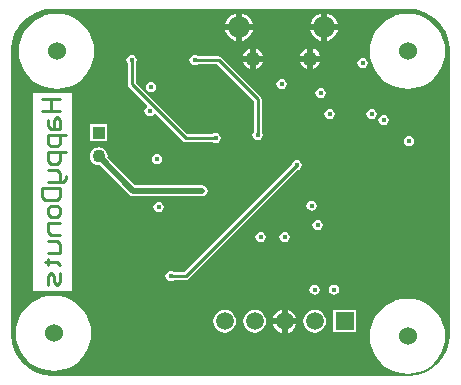
<source format=gbl>
G04*
G04 #@! TF.GenerationSoftware,Altium Limited,Altium Designer,22.5.1 (42)*
G04*
G04 Layer_Physical_Order=4*
G04 Layer_Color=16711680*
%FSLAX25Y25*%
%MOIN*%
G70*
G04*
G04 #@! TF.SameCoordinates,96F4DE00-7DBF-44AA-9512-03554E38B811*
G04*
G04*
G04 #@! TF.FilePolarity,Positive*
G04*
G01*
G75*
%ADD45C,0.02000*%
%ADD47C,0.01000*%
%ADD49C,0.05906*%
%ADD50R,0.05906X0.05906*%
%ADD51C,0.07284*%
%ADD52C,0.04921*%
%ADD53C,0.06000*%
%ADD54R,0.04331X0.04331*%
%ADD55C,0.04331*%
%ADD56C,0.01772*%
G36*
X135776Y122954D02*
X137573Y122473D01*
X139293Y121760D01*
X140904Y120830D01*
X142381Y119697D01*
X143697Y118381D01*
X144830Y116904D01*
X145760Y115293D01*
X146473Y113573D01*
X146954Y111776D01*
X147197Y109931D01*
Y109000D01*
Y15000D01*
Y14070D01*
X146954Y12224D01*
X146473Y10427D01*
X145760Y8707D01*
X144830Y7096D01*
X143697Y5619D01*
X142381Y4303D01*
X140904Y3170D01*
X139293Y2240D01*
X137573Y1527D01*
X135776Y1046D01*
X133931Y803D01*
X14070D01*
X12224Y1046D01*
X10427Y1527D01*
X8707Y2240D01*
X7096Y3170D01*
X5619Y4303D01*
X4303Y5619D01*
X3170Y7096D01*
X2240Y8707D01*
X1527Y10427D01*
X1046Y12224D01*
X803Y14070D01*
Y15000D01*
Y109000D01*
Y109931D01*
X1046Y111776D01*
X1527Y113573D01*
X2240Y115293D01*
X3170Y116904D01*
X4303Y118381D01*
X5619Y119697D01*
X7096Y120830D01*
X8707Y121760D01*
X10427Y122473D01*
X12224Y122954D01*
X14070Y123197D01*
X133931D01*
X135776Y122954D01*
D02*
G37*
%LPC*%
G36*
X106173Y121550D02*
Y118000D01*
X109723D01*
X109695Y118212D01*
X109228Y119341D01*
X108484Y120310D01*
X107514Y121054D01*
X106385Y121522D01*
X106173Y121550D01*
D02*
G37*
G36*
X77827Y121550D02*
Y118000D01*
X81377D01*
X81349Y118212D01*
X80881Y119341D01*
X80137Y120310D01*
X79168Y121054D01*
X78039Y121522D01*
X77827Y121550D01*
D02*
G37*
G36*
X75827D02*
X75615Y121522D01*
X74486Y121054D01*
X73516Y120310D01*
X72772Y119341D01*
X72304Y118212D01*
X72277Y118000D01*
X75827D01*
Y121550D01*
D02*
G37*
G36*
X104173D02*
X103962Y121522D01*
X102832Y121054D01*
X101863Y120310D01*
X101119Y119341D01*
X100651Y118212D01*
X100623Y118000D01*
X104173D01*
Y121550D01*
D02*
G37*
G36*
X109723Y116000D02*
X106173D01*
Y112450D01*
X106385Y112478D01*
X107514Y112945D01*
X108484Y113689D01*
X109228Y114659D01*
X109695Y115788D01*
X109723Y116000D01*
D02*
G37*
G36*
X81377D02*
X77827D01*
Y112450D01*
X78039Y112478D01*
X79168Y112945D01*
X80137Y113689D01*
X80881Y114659D01*
X81349Y115788D01*
X81377Y116000D01*
D02*
G37*
G36*
X75827D02*
X72277D01*
X72304Y115788D01*
X72772Y114659D01*
X73516Y113689D01*
X74486Y112945D01*
X75615Y112478D01*
X75827Y112450D01*
Y116000D01*
D02*
G37*
G36*
X104173D02*
X100623D01*
X100651Y115788D01*
X101119Y114659D01*
X101863Y113689D01*
X102832Y112945D01*
X103962Y112478D01*
X104173Y112450D01*
Y116000D01*
D02*
G37*
G36*
X101547Y109898D02*
Y107567D01*
X103879D01*
X103570Y108312D01*
X103015Y109035D01*
X102293Y109590D01*
X101547Y109898D01*
D02*
G37*
G36*
X82453D02*
Y107567D01*
X84784D01*
X84476Y108312D01*
X83921Y109035D01*
X83198Y109590D01*
X82453Y109898D01*
D02*
G37*
G36*
X99547D02*
X98802Y109590D01*
X98079Y109035D01*
X97524Y108312D01*
X97216Y107567D01*
X99547D01*
Y109898D01*
D02*
G37*
G36*
X80453D02*
X79707Y109590D01*
X78985Y109035D01*
X78430Y108312D01*
X78121Y107567D01*
X80453D01*
Y109898D01*
D02*
G37*
G36*
X118000Y106706D02*
X117347Y106576D01*
X116794Y106206D01*
X116424Y105653D01*
X116294Y105000D01*
X116424Y104347D01*
X116794Y103794D01*
X117347Y103424D01*
X118000Y103294D01*
X118653Y103424D01*
X119206Y103794D01*
X119576Y104347D01*
X119706Y105000D01*
X119576Y105653D01*
X119206Y106206D01*
X118653Y106576D01*
X118000Y106706D01*
D02*
G37*
G36*
X84784Y105567D02*
X82453D01*
Y103235D01*
X83198Y103544D01*
X83921Y104099D01*
X84476Y104822D01*
X84784Y105567D01*
D02*
G37*
G36*
X103879D02*
X101547D01*
Y103235D01*
X102293Y103544D01*
X103015Y104099D01*
X103570Y104822D01*
X103879Y105567D01*
D02*
G37*
G36*
X99547D02*
X97216D01*
X97524Y104822D01*
X98079Y104099D01*
X98802Y103544D01*
X99547Y103235D01*
Y105567D01*
D02*
G37*
G36*
X80453D02*
X78121D01*
X78430Y104822D01*
X78985Y104099D01*
X79707Y103544D01*
X80453Y103235D01*
Y105567D01*
D02*
G37*
G36*
X133000Y121539D02*
X131038Y121384D01*
X129125Y120925D01*
X127308Y120172D01*
X125630Y119144D01*
X124134Y117866D01*
X122856Y116370D01*
X121828Y114692D01*
X121075Y112875D01*
X120616Y110961D01*
X120461Y109000D01*
X120616Y107038D01*
X121075Y105125D01*
X121828Y103308D01*
X122856Y101630D01*
X124134Y100134D01*
X125630Y98856D01*
X127308Y97828D01*
X129125Y97075D01*
X131038Y96616D01*
X133000Y96461D01*
X134961Y96616D01*
X136875Y97075D01*
X138692Y97828D01*
X140370Y98856D01*
X141866Y100134D01*
X143144Y101630D01*
X144172Y103308D01*
X144925Y105125D01*
X145384Y107038D01*
X145539Y109000D01*
X145384Y110961D01*
X144925Y112875D01*
X144172Y114692D01*
X143144Y116370D01*
X141866Y117866D01*
X140370Y119144D01*
X138692Y120172D01*
X136875Y120925D01*
X134961Y121384D01*
X133000Y121539D01*
D02*
G37*
G36*
X16000D02*
X14039Y121384D01*
X12125Y120925D01*
X10308Y120172D01*
X8630Y119144D01*
X7134Y117866D01*
X5856Y116370D01*
X4828Y114692D01*
X4075Y112875D01*
X3616Y110961D01*
X3461Y109000D01*
X3616Y107038D01*
X4075Y105125D01*
X4828Y103308D01*
X5856Y101630D01*
X7134Y100134D01*
X8630Y98856D01*
X10308Y97828D01*
X12125Y97075D01*
X14039Y96616D01*
X16000Y96461D01*
X17962Y96616D01*
X19875Y97075D01*
X21692Y97828D01*
X23370Y98856D01*
X24866Y100134D01*
X26144Y101630D01*
X27172Y103308D01*
X27925Y105125D01*
X28384Y107038D01*
X28539Y109000D01*
X28384Y110961D01*
X27925Y112875D01*
X27172Y114692D01*
X26144Y116370D01*
X24866Y117866D01*
X23370Y119144D01*
X21692Y120172D01*
X19875Y120925D01*
X17962Y121384D01*
X16000Y121539D01*
D02*
G37*
G36*
X91000Y99706D02*
X90347Y99576D01*
X89794Y99206D01*
X89424Y98653D01*
X89294Y98000D01*
X89424Y97347D01*
X89794Y96794D01*
X90347Y96424D01*
X91000Y96294D01*
X91653Y96424D01*
X92206Y96794D01*
X92576Y97347D01*
X92706Y98000D01*
X92576Y98653D01*
X92206Y99206D01*
X91653Y99576D01*
X91000Y99706D01*
D02*
G37*
G36*
X47500Y98706D02*
X46847Y98576D01*
X46294Y98206D01*
X45924Y97653D01*
X45794Y97000D01*
X45924Y96347D01*
X46294Y95794D01*
X46847Y95424D01*
X47500Y95294D01*
X48153Y95424D01*
X48706Y95794D01*
X49076Y96347D01*
X49206Y97000D01*
X49076Y97653D01*
X48706Y98206D01*
X48153Y98576D01*
X47500Y98706D01*
D02*
G37*
G36*
X104000Y96706D02*
X103347Y96576D01*
X102794Y96206D01*
X102424Y95653D01*
X102294Y95000D01*
X102424Y94347D01*
X102794Y93794D01*
X103347Y93424D01*
X104000Y93294D01*
X104653Y93424D01*
X105206Y93794D01*
X105576Y94347D01*
X105706Y95000D01*
X105576Y95653D01*
X105206Y96206D01*
X104653Y96576D01*
X104000Y96706D01*
D02*
G37*
G36*
X121000Y89706D02*
X120347Y89576D01*
X119794Y89206D01*
X119424Y88653D01*
X119294Y88000D01*
X119424Y87347D01*
X119794Y86794D01*
X120347Y86424D01*
X121000Y86294D01*
X121653Y86424D01*
X122206Y86794D01*
X122576Y87347D01*
X122706Y88000D01*
X122576Y88653D01*
X122206Y89206D01*
X121653Y89576D01*
X121000Y89706D01*
D02*
G37*
G36*
X107000D02*
X106347Y89576D01*
X105794Y89206D01*
X105424Y88653D01*
X105294Y88000D01*
X105424Y87347D01*
X105794Y86794D01*
X106347Y86424D01*
X107000Y86294D01*
X107653Y86424D01*
X108206Y86794D01*
X108576Y87347D01*
X108706Y88000D01*
X108576Y88653D01*
X108206Y89206D01*
X107653Y89576D01*
X107000Y89706D01*
D02*
G37*
G36*
X125000Y87706D02*
X124347Y87576D01*
X123794Y87206D01*
X123424Y86653D01*
X123294Y86000D01*
X123424Y85347D01*
X123794Y84794D01*
X124347Y84424D01*
X125000Y84294D01*
X125653Y84424D01*
X126206Y84794D01*
X126576Y85347D01*
X126706Y86000D01*
X126576Y86653D01*
X126206Y87206D01*
X125653Y87576D01*
X125000Y87706D01*
D02*
G37*
G36*
X62000Y107706D02*
X61347Y107576D01*
X60794Y107206D01*
X60424Y106653D01*
X60294Y106000D01*
X60424Y105347D01*
X60794Y104794D01*
X61347Y104424D01*
X62000Y104294D01*
X62653Y104424D01*
X63047Y104687D01*
X69456D01*
X81687Y92456D01*
Y82047D01*
X81424Y81653D01*
X81294Y81000D01*
X81424Y80347D01*
X81794Y79794D01*
X82347Y79424D01*
X83000Y79294D01*
X83653Y79424D01*
X84206Y79794D01*
X84576Y80347D01*
X84706Y81000D01*
X84576Y81653D01*
X84313Y82047D01*
Y93000D01*
X84213Y93502D01*
X83928Y93928D01*
X70928Y106928D01*
X70502Y107213D01*
X70000Y107313D01*
X63047D01*
X62653Y107576D01*
X62000Y107706D01*
D02*
G37*
G36*
X32953Y84827D02*
X27047D01*
Y78921D01*
X32953D01*
Y84827D01*
D02*
G37*
G36*
X41000Y107706D02*
X40347Y107576D01*
X39794Y107206D01*
X39424Y106653D01*
X39294Y106000D01*
X39424Y105347D01*
X39687Y104953D01*
Y98000D01*
X39787Y97498D01*
X40072Y97072D01*
X46138Y91006D01*
X46055Y90381D01*
X45794Y90206D01*
X45424Y89653D01*
X45294Y89000D01*
X45424Y88347D01*
X45794Y87794D01*
X46347Y87424D01*
X47000Y87294D01*
X47653Y87424D01*
X48206Y87794D01*
X48381Y88055D01*
X49006Y88138D01*
X58072Y79072D01*
X58498Y78787D01*
X59000Y78687D01*
X67953D01*
X68347Y78424D01*
X69000Y78294D01*
X69653Y78424D01*
X70206Y78794D01*
X70576Y79347D01*
X70706Y80000D01*
X70576Y80653D01*
X70206Y81206D01*
X69653Y81576D01*
X69000Y81706D01*
X68347Y81576D01*
X67953Y81313D01*
X59544D01*
X42313Y98544D01*
Y104953D01*
X42576Y105347D01*
X42706Y106000D01*
X42576Y106653D01*
X42206Y107206D01*
X41653Y107576D01*
X41000Y107706D01*
D02*
G37*
G36*
X133500Y80706D02*
X132847Y80576D01*
X132294Y80206D01*
X131924Y79653D01*
X131794Y79000D01*
X131924Y78347D01*
X132294Y77794D01*
X132847Y77424D01*
X133500Y77294D01*
X134153Y77424D01*
X134706Y77794D01*
X135076Y78347D01*
X135206Y79000D01*
X135076Y79653D01*
X134706Y80206D01*
X134153Y80576D01*
X133500Y80706D01*
D02*
G37*
G36*
X49500Y74706D02*
X48847Y74576D01*
X48294Y74206D01*
X47924Y73653D01*
X47794Y73000D01*
X47924Y72347D01*
X48294Y71794D01*
X48847Y71424D01*
X49500Y71294D01*
X50153Y71424D01*
X50706Y71794D01*
X51076Y72347D01*
X51206Y73000D01*
X51076Y73653D01*
X50706Y74206D01*
X50153Y74576D01*
X49500Y74706D01*
D02*
G37*
G36*
X30000Y76978D02*
X29229Y76877D01*
X28511Y76579D01*
X27894Y76106D01*
X27421Y75489D01*
X27123Y74771D01*
X27022Y74000D01*
X27123Y73229D01*
X27421Y72511D01*
X27894Y71894D01*
X28511Y71421D01*
X29229Y71123D01*
X30000Y71022D01*
X30354Y71068D01*
X40211Y61211D01*
X40211Y61211D01*
X40803Y60816D01*
X41500Y60678D01*
X41500Y60678D01*
X64500D01*
X65197Y60816D01*
X65789Y61211D01*
X66184Y61803D01*
X66322Y62500D01*
X66184Y63197D01*
X65789Y63789D01*
X65197Y64184D01*
X64500Y64322D01*
X42255D01*
X32932Y73646D01*
X32978Y74000D01*
X32877Y74771D01*
X32579Y75489D01*
X32106Y76106D01*
X31489Y76579D01*
X30771Y76877D01*
X30000Y76978D01*
D02*
G37*
G36*
X101000Y59206D02*
X100347Y59076D01*
X99794Y58706D01*
X99424Y58153D01*
X99294Y57500D01*
X99424Y56847D01*
X99794Y56294D01*
X100347Y55924D01*
X101000Y55794D01*
X101653Y55924D01*
X102206Y56294D01*
X102576Y56847D01*
X102706Y57500D01*
X102576Y58153D01*
X102206Y58706D01*
X101653Y59076D01*
X101000Y59206D01*
D02*
G37*
G36*
X50000Y58706D02*
X49347Y58576D01*
X48794Y58206D01*
X48424Y57653D01*
X48294Y57000D01*
X48424Y56347D01*
X48794Y55794D01*
X49347Y55424D01*
X50000Y55294D01*
X50653Y55424D01*
X51206Y55794D01*
X51576Y56347D01*
X51706Y57000D01*
X51576Y57653D01*
X51206Y58206D01*
X50653Y58576D01*
X50000Y58706D01*
D02*
G37*
G36*
X103000Y52706D02*
X102347Y52576D01*
X101794Y52206D01*
X101424Y51653D01*
X101294Y51000D01*
X101424Y50347D01*
X101794Y49794D01*
X102347Y49424D01*
X103000Y49294D01*
X103653Y49424D01*
X104206Y49794D01*
X104576Y50347D01*
X104706Y51000D01*
X104576Y51653D01*
X104206Y52206D01*
X103653Y52576D01*
X103000Y52706D01*
D02*
G37*
G36*
X92000Y48706D02*
X91347Y48576D01*
X90794Y48206D01*
X90424Y47653D01*
X90294Y47000D01*
X90424Y46347D01*
X90794Y45794D01*
X91347Y45424D01*
X92000Y45294D01*
X92653Y45424D01*
X93206Y45794D01*
X93576Y46347D01*
X93706Y47000D01*
X93576Y47653D01*
X93206Y48206D01*
X92653Y48576D01*
X92000Y48706D01*
D02*
G37*
G36*
X84000D02*
X83347Y48576D01*
X82794Y48206D01*
X82424Y47653D01*
X82294Y47000D01*
X82424Y46347D01*
X82794Y45794D01*
X83347Y45424D01*
X84000Y45294D01*
X84653Y45424D01*
X85206Y45794D01*
X85576Y46347D01*
X85706Y47000D01*
X85576Y47653D01*
X85206Y48206D01*
X84653Y48576D01*
X84000Y48706D01*
D02*
G37*
G36*
X96000Y72706D02*
X95347Y72576D01*
X94794Y72206D01*
X94424Y71653D01*
X94331Y71188D01*
X58456Y35313D01*
X55047D01*
X54653Y35576D01*
X54000Y35706D01*
X53347Y35576D01*
X52794Y35206D01*
X52424Y34653D01*
X52294Y34000D01*
X52424Y33347D01*
X52794Y32794D01*
X53347Y32424D01*
X54000Y32294D01*
X54653Y32424D01*
X55047Y32687D01*
X59000D01*
X59502Y32787D01*
X59928Y33072D01*
X96188Y69331D01*
X96653Y69424D01*
X97206Y69794D01*
X97576Y70347D01*
X97706Y71000D01*
X97576Y71653D01*
X97206Y72206D01*
X96653Y72576D01*
X96000Y72706D01*
D02*
G37*
G36*
X21000Y94994D02*
X8079D01*
Y29006D01*
X21000D01*
Y94994D01*
D02*
G37*
G36*
X108500Y31206D02*
X107847Y31076D01*
X107294Y30706D01*
X106924Y30153D01*
X106794Y29500D01*
X106924Y28847D01*
X107294Y28294D01*
X107847Y27924D01*
X108500Y27794D01*
X109153Y27924D01*
X109706Y28294D01*
X110076Y28847D01*
X110206Y29500D01*
X110076Y30153D01*
X109706Y30706D01*
X109153Y31076D01*
X108500Y31206D01*
D02*
G37*
G36*
X102000D02*
X101347Y31076D01*
X100794Y30706D01*
X100424Y30153D01*
X100294Y29500D01*
X100424Y28847D01*
X100794Y28294D01*
X101347Y27924D01*
X102000Y27794D01*
X102653Y27924D01*
X103206Y28294D01*
X103576Y28847D01*
X103706Y29500D01*
X103576Y30153D01*
X103206Y30706D01*
X102653Y31076D01*
X102000Y31206D01*
D02*
G37*
G36*
X93000Y22855D02*
Y20000D01*
X95855D01*
X95851Y20032D01*
X95453Y20993D01*
X94819Y21819D01*
X93993Y22453D01*
X93032Y22851D01*
X93000Y22855D01*
D02*
G37*
G36*
X91000D02*
X90968Y22851D01*
X90007Y22453D01*
X89181Y21819D01*
X88547Y20993D01*
X88149Y20032D01*
X88145Y20000D01*
X91000D01*
Y22855D01*
D02*
G37*
G36*
X115740Y22740D02*
X108260D01*
Y15260D01*
X115740D01*
Y22740D01*
D02*
G37*
G36*
X102000Y22772D02*
X101024Y22644D01*
X100114Y22267D01*
X99332Y21667D01*
X98733Y20886D01*
X98356Y19976D01*
X98228Y19000D01*
X98356Y18024D01*
X98733Y17114D01*
X99332Y16332D01*
X100114Y15733D01*
X101024Y15356D01*
X102000Y15228D01*
X102976Y15356D01*
X103886Y15733D01*
X104667Y16332D01*
X105267Y17114D01*
X105644Y18024D01*
X105772Y19000D01*
X105644Y19976D01*
X105267Y20886D01*
X104667Y21667D01*
X103886Y22267D01*
X102976Y22644D01*
X102000Y22772D01*
D02*
G37*
G36*
X82000D02*
X81024Y22644D01*
X80114Y22267D01*
X79333Y21667D01*
X78733Y20886D01*
X78356Y19976D01*
X78228Y19000D01*
X78356Y18024D01*
X78733Y17114D01*
X79333Y16332D01*
X80114Y15733D01*
X81024Y15356D01*
X82000Y15228D01*
X82976Y15356D01*
X83886Y15733D01*
X84667Y16332D01*
X85267Y17114D01*
X85644Y18024D01*
X85772Y19000D01*
X85644Y19976D01*
X85267Y20886D01*
X84667Y21667D01*
X83886Y22267D01*
X82976Y22644D01*
X82000Y22772D01*
D02*
G37*
G36*
X72000D02*
X71024Y22644D01*
X70114Y22267D01*
X69332Y21667D01*
X68733Y20886D01*
X68356Y19976D01*
X68228Y19000D01*
X68356Y18024D01*
X68733Y17114D01*
X69332Y16332D01*
X70114Y15733D01*
X71024Y15356D01*
X72000Y15228D01*
X72976Y15356D01*
X73886Y15733D01*
X74668Y16332D01*
X75267Y17114D01*
X75644Y18024D01*
X75772Y19000D01*
X75644Y19976D01*
X75267Y20886D01*
X74668Y21667D01*
X73886Y22267D01*
X72976Y22644D01*
X72000Y22772D01*
D02*
G37*
G36*
X95855Y18000D02*
X93000D01*
Y15145D01*
X93032Y15149D01*
X93993Y15547D01*
X94819Y16181D01*
X95453Y17007D01*
X95851Y17968D01*
X95855Y18000D01*
D02*
G37*
G36*
X91000D02*
X88145D01*
X88149Y17968D01*
X88547Y17007D01*
X89181Y16181D01*
X90007Y15547D01*
X90968Y15149D01*
X91000Y15145D01*
Y18000D01*
D02*
G37*
G36*
X15000Y27539D02*
X13038Y27384D01*
X11125Y26925D01*
X9308Y26172D01*
X7630Y25144D01*
X6134Y23866D01*
X4856Y22370D01*
X3828Y20692D01*
X3075Y18875D01*
X2616Y16962D01*
X2461Y15000D01*
X2616Y13038D01*
X3075Y11125D01*
X3828Y9308D01*
X4856Y7630D01*
X6134Y6134D01*
X7630Y4856D01*
X9308Y3828D01*
X11125Y3075D01*
X13038Y2616D01*
X15000Y2461D01*
X16962Y2616D01*
X18875Y3075D01*
X20692Y3828D01*
X22370Y4856D01*
X23866Y6134D01*
X25144Y7630D01*
X26172Y9308D01*
X26925Y11125D01*
X27384Y13038D01*
X27539Y15000D01*
X27384Y16962D01*
X26925Y18875D01*
X26172Y20692D01*
X25144Y22370D01*
X23866Y23866D01*
X22370Y25144D01*
X20692Y26172D01*
X18875Y26925D01*
X16962Y27384D01*
X15000Y27539D01*
D02*
G37*
G36*
X133000Y26539D02*
X131038Y26384D01*
X129125Y25925D01*
X127308Y25172D01*
X125630Y24144D01*
X124134Y22866D01*
X122856Y21370D01*
X121828Y19692D01*
X121075Y17875D01*
X120616Y15961D01*
X120461Y14000D01*
X120616Y12038D01*
X121075Y10125D01*
X121828Y8308D01*
X122856Y6630D01*
X124134Y5134D01*
X125630Y3856D01*
X127308Y2828D01*
X129125Y2075D01*
X131038Y1616D01*
X133000Y1461D01*
X134961Y1616D01*
X136875Y2075D01*
X138692Y2828D01*
X140370Y3856D01*
X141866Y5134D01*
X143144Y6630D01*
X144172Y8308D01*
X144925Y10125D01*
X145384Y12038D01*
X145539Y14000D01*
X145384Y15961D01*
X144925Y17875D01*
X144172Y19692D01*
X143144Y21370D01*
X141866Y22866D01*
X140370Y24144D01*
X138692Y25172D01*
X136875Y25925D01*
X134961Y26384D01*
X133000Y26539D01*
D02*
G37*
%LPD*%
D45*
X30000Y74000D02*
X41500Y62500D01*
X64500D01*
D47*
X41000Y98000D02*
Y106000D01*
X59000Y80000D02*
X69000D01*
X41000Y98000D02*
X59000Y80000D01*
X62000Y106000D02*
X70000D01*
X83000Y81000D02*
Y93000D01*
X70000Y106000D02*
X83000Y93000D01*
X59000Y34000D02*
X96000Y71000D01*
X54000Y34000D02*
X59000D01*
X11129Y92994D02*
X17032D01*
X14080D01*
Y89058D01*
X11129D01*
X17032D01*
X13096Y86106D02*
Y84139D01*
X14080Y83154D01*
X17032D01*
Y86106D01*
X16048Y87090D01*
X15064Y86106D01*
Y83154D01*
X19000Y81187D02*
X13096D01*
Y78235D01*
X14080Y77251D01*
X16048D01*
X17032Y78235D01*
Y81187D01*
X19000Y75283D02*
X13096D01*
Y72331D01*
X14080Y71347D01*
X16048D01*
X17032Y72331D01*
Y75283D01*
X13096Y69380D02*
X16048D01*
X17032Y68396D01*
Y65444D01*
X18016D01*
X19000Y66428D01*
Y67412D01*
X17032Y65444D02*
X13096D01*
X11129Y63476D02*
X17032D01*
Y60524D01*
X16048Y59540D01*
X12112D01*
X11129Y60524D01*
Y63476D01*
X17032Y56588D02*
Y54620D01*
X16048Y53636D01*
X14080D01*
X13096Y54620D01*
Y56588D01*
X14080Y57572D01*
X16048D01*
X17032Y56588D01*
Y51669D02*
X13096D01*
Y48717D01*
X14080Y47733D01*
X17032D01*
X13096Y45765D02*
X16048D01*
X17032Y44781D01*
Y41829D01*
X13096D01*
X12112Y38878D02*
X13096D01*
Y39862D01*
Y37894D01*
Y38878D01*
X16048D01*
X17032Y37894D01*
Y34942D02*
Y31990D01*
X16048Y31006D01*
X15064Y31990D01*
Y33958D01*
X14080Y34942D01*
X13096Y33958D01*
Y31006D01*
D49*
X72000Y19000D02*
D03*
X82000D02*
D03*
X92000D02*
D03*
X102000D02*
D03*
D50*
X112000D02*
D03*
D51*
X105173Y117000D02*
D03*
X76827D02*
D03*
D52*
X81453Y106567D02*
D03*
X100547D02*
D03*
D53*
X16000Y109000D02*
D03*
X15000Y15000D02*
D03*
X133000Y14000D02*
D03*
Y109000D02*
D03*
D54*
X30000Y81874D02*
D03*
D55*
Y74000D02*
D03*
D56*
X133500Y79000D02*
D03*
X125000Y86000D02*
D03*
X108500Y29500D02*
D03*
X102000D02*
D03*
X42500Y16000D02*
D03*
X23000Y78500D02*
D03*
X47500Y106000D02*
D03*
X138000Y93000D02*
D03*
X133500Y53000D02*
D03*
X127500Y72500D02*
D03*
X76000Y76500D02*
D03*
X30500Y61000D02*
D03*
X85000Y54500D02*
D03*
Y66000D02*
D03*
X72500Y39500D02*
D03*
X30500Y96000D02*
D03*
X67500Y90000D02*
D03*
X59500Y72500D02*
D03*
X7000Y50500D02*
D03*
X45000Y47500D02*
D03*
X66500Y57000D02*
D03*
X62500Y47000D02*
D03*
X84000Y31000D02*
D03*
X92000D02*
D03*
X112000Y43000D02*
D03*
X103000Y59500D02*
D03*
Y67000D02*
D03*
X99000Y81500D02*
D03*
X91000D02*
D03*
X114000Y91500D02*
D03*
X84000Y47000D02*
D03*
X92000D02*
D03*
X103000Y51000D02*
D03*
X101000Y57500D02*
D03*
X50000Y57000D02*
D03*
X47500Y97000D02*
D03*
X49500Y73000D02*
D03*
X47000Y89000D02*
D03*
X91000Y98000D02*
D03*
X104000Y95000D02*
D03*
X107000Y88000D02*
D03*
X121000D02*
D03*
X118000Y105000D02*
D03*
X69000Y80000D02*
D03*
X83000Y81000D02*
D03*
X62000Y106000D02*
D03*
X41000D02*
D03*
X64500Y62500D02*
D03*
X54000Y34000D02*
D03*
X96000Y71000D02*
D03*
M02*

</source>
